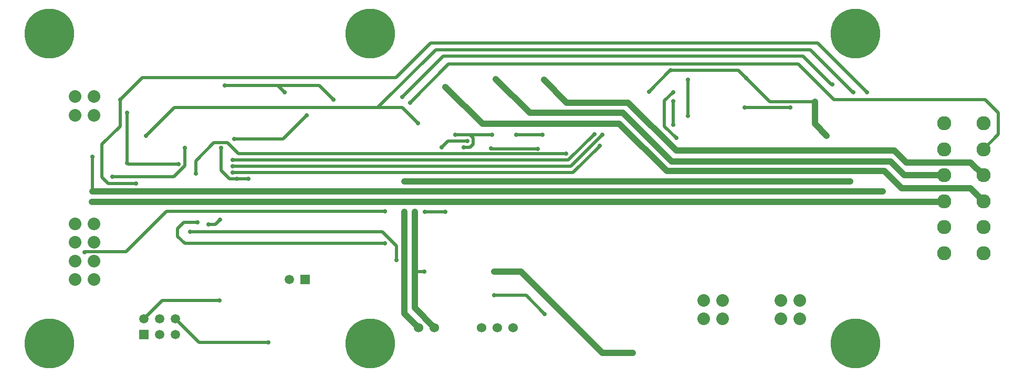
<source format=gbl>
G04*
G04 #@! TF.GenerationSoftware,Altium Limited,Altium Designer,19.0.15 (446)*
G04*
G04 Layer_Physical_Order=2*
G04 Layer_Color=16711680*
%FSLAX25Y25*%
%MOIN*%
G70*
G01*
G75*
%ADD88C,0.02000*%
%ADD89C,0.04000*%
%ADD90C,0.08000*%
%ADD91C,0.06000*%
%ADD92C,0.09000*%
%ADD93R,0.05906X0.05906*%
%ADD94C,0.05906*%
%ADD95C,0.31500*%
%ADD96C,0.02756*%
D88*
X477705Y177957D02*
X506185D01*
X462661Y193000D02*
X477705Y177957D01*
X106185Y88000D02*
X233185D01*
X101685Y92500D02*
X106185Y88000D01*
X258685Y108000D02*
X271685D01*
X105685Y101500D02*
X114185D01*
X101685Y97500D02*
X105685Y101500D01*
X101685Y92500D02*
Y97500D01*
X240685Y77500D02*
Y86355D01*
X231540Y95500D02*
X240685Y86355D01*
X109685Y95500D02*
X231540D01*
X416185Y163500D02*
Y178350D01*
X410685Y162500D02*
X418185Y155000D01*
X410685Y162500D02*
Y178689D01*
X416185Y184189D01*
X530185Y184000D02*
X530573D01*
X503155Y211030D02*
X530185Y184000D01*
X518185Y179500D02*
X614185D01*
X495636Y202049D02*
X518185Y179500D01*
X614185D02*
X622685Y171000D01*
X228770Y174311D02*
X244374D01*
X99496D02*
X228770D01*
X265489Y211030D02*
X503155D01*
X228770Y174311D02*
X265489Y211030D01*
X507874Y215500D02*
X539185Y184189D01*
X262185Y215500D02*
X507874D01*
X240185Y193500D02*
X262185Y215500D01*
X498685Y207000D02*
X516685Y189000D01*
X517185D01*
X270374Y207000D02*
X498685D01*
X79185Y193500D02*
X240185D01*
X65185Y179500D02*
X79185Y193500D01*
X134685Y129000D02*
X139185D01*
X129185Y134500D02*
X134685Y129000D01*
X136685Y137000D02*
X351185D01*
X136685Y141000D02*
X349685D01*
X366185Y157500D01*
X139185Y129000D02*
X146685D01*
X136685Y133000D02*
X352685D01*
X273734Y202049D02*
X495636D01*
X244374Y181000D02*
X270374Y207000D01*
X249185Y177500D02*
X273734Y202049D01*
X613185Y147750D02*
X622685Y157250D01*
Y171000D01*
X191685Y188500D02*
X200685Y179500D01*
X165185Y188500D02*
X191685D01*
X165185D02*
X169685Y184000D01*
X131685Y188500D02*
X165185D01*
X168685Y154500D02*
X183685Y169500D01*
X137685Y154500D02*
X168685D01*
X457661Y198000D02*
X462661Y193000D01*
X461685Y174500D02*
X490685D01*
X490685Y174500D01*
X113185Y132500D02*
Y140500D01*
X124685Y152000D01*
X351185Y137000D02*
X371185Y157000D01*
X133185Y152000D02*
X140213Y144972D01*
X124685Y152000D02*
X133185D01*
X369685Y150114D02*
X369799D01*
X352685Y133000D02*
X369799Y150114D01*
X300685Y148500D02*
X301035Y148150D01*
X330185D01*
X129185Y134500D02*
Y148799D01*
X140213Y144972D02*
X183685D01*
X347657Y144972D01*
X414685Y198000D02*
X457661D01*
X94685Y108500D02*
X233185D01*
X68831Y82647D02*
X94685Y108500D01*
X106185Y137500D02*
Y148799D01*
X99185Y130500D02*
X106185Y137500D01*
X70185Y138500D02*
X102185D01*
X69685Y139000D02*
X70185Y138500D01*
X43366Y82647D02*
X68831D01*
X286185Y157000D02*
X287185D01*
X278023D02*
X286185D01*
X286185Y157000D01*
X301185D01*
X347657Y144972D02*
X347685Y145000D01*
X283185Y149000D02*
X287185D01*
X289185Y151000D01*
Y155000D01*
X287185Y157000D02*
X289185Y155000D01*
X273185Y153000D02*
X285685D01*
X269185Y149000D02*
X273185Y153000D01*
X69685Y139000D02*
Y171000D01*
X252185Y70500D02*
X252685Y70000D01*
X258185D01*
X115185Y25000D02*
X159185D01*
X100185Y40000D02*
X115185Y25000D01*
X80185Y40000D02*
X92004Y51819D01*
X128185D01*
X43364Y82645D02*
X43366Y82647D01*
X42830Y82645D02*
X43364D01*
X42685Y82500D02*
X42830Y82645D01*
X47560Y121000D02*
X47685Y121125D01*
Y143000D01*
X57685Y126000D02*
X75185D01*
X53685Y130000D02*
X57685Y126000D01*
X244374Y174311D02*
X254185Y164500D01*
X81685Y156500D02*
X99496Y174311D01*
X65185Y162500D02*
Y179500D01*
X53685Y151000D02*
X65185Y162500D01*
X53685Y130000D02*
Y151000D01*
X60185Y130500D02*
X99185D01*
X316685Y157000D02*
X333185D01*
X121185Y100000D02*
X125685D01*
X128685Y103000D01*
X414335Y198000D02*
X414685D01*
X400835Y184500D02*
X414335Y198000D01*
X425685Y169000D02*
Y192000D01*
X322801Y55000D02*
X334685Y43116D01*
X302685Y55000D02*
X322801D01*
D89*
X387685Y177500D02*
X418185Y147000D01*
X348685Y177500D02*
X387685D01*
X334185Y192000D02*
X348685Y177500D01*
X418185Y147000D02*
X556685D01*
X303685Y192500D02*
X325185Y171000D01*
X271685Y187500D02*
X295122Y164063D01*
X166185Y121000D02*
X213185D01*
X47560D02*
X166185D01*
X506185Y164000D02*
Y177957D01*
Y164000D02*
X513685Y156500D01*
X245685Y127500D02*
X528573D01*
X325185Y171000D02*
X384435D01*
X564185Y139500D02*
X604935D01*
X556685Y147000D02*
X564185Y139500D01*
X415435Y140000D02*
X554185D01*
X384435Y171000D02*
X415435Y140000D01*
X412227Y133882D02*
X550303D01*
X382046Y164063D02*
X412227Y133882D01*
X295122Y164063D02*
X382046D01*
X550303Y133882D02*
X561185Y123000D01*
X252185Y70500D02*
Y108000D01*
Y47000D02*
Y70500D01*
X604935Y139500D02*
X613185Y131250D01*
X554185Y140000D02*
X562935Y131250D01*
X588185D01*
X561185Y123000D02*
X604935D01*
X613185Y114750D01*
X246185Y121000D02*
X549185D01*
X213185D02*
X246185D01*
X252185Y47000D02*
X264685Y34500D01*
X245685Y43500D02*
Y108000D01*
Y43500D02*
X254685Y34500D01*
X47310Y114500D02*
X587935D01*
X588185Y114750D01*
X319685Y70000D02*
X334685Y55000D01*
X302685Y70000D02*
X319685D01*
X371185Y18500D02*
X390685D01*
X334685Y55000D02*
X371185Y18500D01*
D90*
X48504Y100469D02*
D03*
X36685D02*
D03*
X48504Y65035D02*
D03*
X36685D02*
D03*
Y76846D02*
D03*
Y88657D02*
D03*
X48504Y76846D02*
D03*
Y88657D02*
D03*
X496591Y40000D02*
D03*
X484780D02*
D03*
X496591Y51819D02*
D03*
X484780D02*
D03*
X36685Y169500D02*
D03*
Y181311D02*
D03*
X48504Y169500D02*
D03*
Y181311D02*
D03*
X447590Y40000D02*
D03*
X435779D02*
D03*
X447590Y51819D02*
D03*
X435779D02*
D03*
D91*
X294685Y34500D02*
D03*
X304685D02*
D03*
X314685D02*
D03*
X264685D02*
D03*
X254685D02*
D03*
D92*
X588185Y164250D02*
D03*
Y147750D02*
D03*
Y131250D02*
D03*
Y114750D02*
D03*
Y98250D02*
D03*
Y81750D02*
D03*
X613185Y164250D02*
D03*
Y147750D02*
D03*
Y131250D02*
D03*
Y114750D02*
D03*
Y98250D02*
D03*
Y81750D02*
D03*
D93*
X182685Y65000D02*
D03*
X80185Y30000D02*
D03*
D94*
X172685Y65000D02*
D03*
X80185Y40000D02*
D03*
X90185Y30000D02*
D03*
Y40000D02*
D03*
X100185Y30000D02*
D03*
Y40000D02*
D03*
D95*
X531996Y24500D02*
D03*
X223925D02*
D03*
X20185D02*
D03*
X531996Y221350D02*
D03*
X223925D02*
D03*
X20185D02*
D03*
D96*
X233185Y88000D02*
D03*
X271685Y108000D02*
D03*
X258685D02*
D03*
X114185Y101500D02*
D03*
X416185Y163500D02*
D03*
X418185Y155000D02*
D03*
X416185Y184189D02*
D03*
X530573Y184000D02*
D03*
X517185Y189000D02*
D03*
X539185Y184189D02*
D03*
X136685Y137000D02*
D03*
Y141000D02*
D03*
X348185Y145000D02*
D03*
X139185Y129000D02*
D03*
X146685D02*
D03*
X136685Y133000D02*
D03*
X244374Y181000D02*
D03*
X249185Y177500D02*
D03*
X200685Y179500D02*
D03*
X169685Y184000D02*
D03*
X131685Y188500D02*
D03*
X183685Y169500D02*
D03*
X137685Y154500D02*
D03*
X334185Y192000D02*
D03*
X303685Y192500D02*
D03*
X271685Y187500D02*
D03*
X166185Y121000D02*
D03*
X506185Y177957D02*
D03*
X513685Y156500D02*
D03*
X462661Y193000D02*
D03*
X490685Y174500D02*
D03*
X528573Y127500D02*
D03*
X245685D02*
D03*
X300685Y148500D02*
D03*
X330185Y148150D02*
D03*
X129185Y148799D02*
D03*
X416185Y178350D02*
D03*
X109685Y95500D02*
D03*
X106185Y148799D02*
D03*
X102185Y138500D02*
D03*
X240685Y77500D02*
D03*
X301185Y157000D02*
D03*
X283185Y149000D02*
D03*
X278023Y157000D02*
D03*
X285685Y153000D02*
D03*
X69685Y171000D02*
D03*
Y139000D02*
D03*
X369685Y150114D02*
D03*
X371185Y157000D02*
D03*
X366185Y157500D02*
D03*
X269185Y149000D02*
D03*
X258185Y70000D02*
D03*
X113185Y132500D02*
D03*
X159185Y25000D02*
D03*
X128185Y51819D02*
D03*
X252185Y108000D02*
D03*
X246185Y121000D02*
D03*
X245685Y108000D02*
D03*
X233185Y108500D02*
D03*
X42685Y82500D02*
D03*
X47685Y143000D02*
D03*
X213185Y121000D02*
D03*
X549185D02*
D03*
X75185Y126000D02*
D03*
X47560Y121000D02*
D03*
X47310Y114500D02*
D03*
X254185Y164500D02*
D03*
X81685Y156500D02*
D03*
X65185Y179500D02*
D03*
X60185Y130500D02*
D03*
X316685Y157000D02*
D03*
X333185D02*
D03*
X121185Y100000D02*
D03*
X128685Y103000D02*
D03*
X414685Y198000D02*
D03*
X400835Y184500D02*
D03*
X425685Y192000D02*
D03*
Y169000D02*
D03*
X461685Y174500D02*
D03*
X302685Y70000D02*
D03*
X390685Y18500D02*
D03*
X334685Y55000D02*
D03*
Y43116D02*
D03*
X302685Y55000D02*
D03*
M02*

</source>
